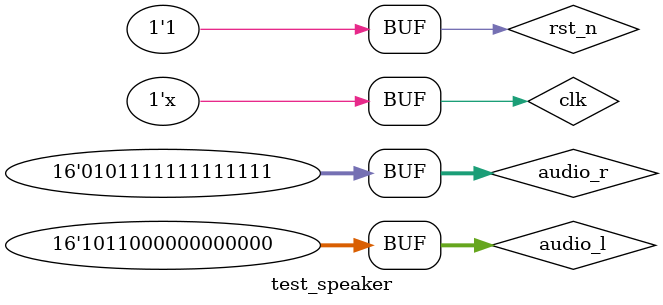
<source format=v>
module test_speaker;

    wire mclk;
    wire lrclk;
    wire sck;
    wire sdin;
    reg [15:0] audio_l;
    reg [15:0] audio_r;
    reg clk;
    reg rst_n;
    
    speaker U0 (mclk, lrclk, sck, sdin, audio_l, audio_r, clk, rst_n);
    
    always
        #1 clk = ~clk;
        
    initial
    begin
        clk = 0; rst_n = 1; audio_l = 16'hB000;  audio_r = 16'h5FFF;
        #1 rst_n = 0;
        #1 rst_n = 1;
    end

endmodule
</source>
